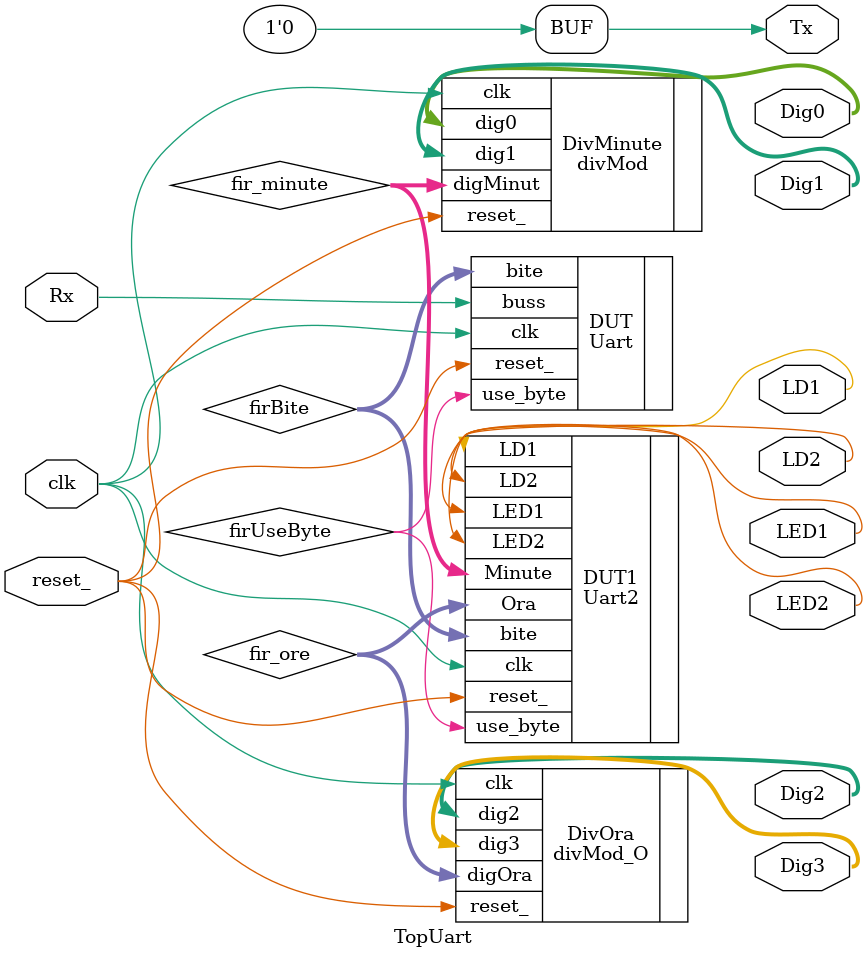
<source format=v>
module TopUart(clk,Rx,reset_,LD1,LD2,LED1,LED2,Dig0,Dig1,Dig2,Dig3,Tx );

// --- Inputs and Outputs
input clk;
input Rx;
input reset_;


output LD1;
output LD2;
output LED1;
output LED2;
output [3:0] Dig0;
output [3:0] Dig1;
output [3:0] Dig2;
output [3:0] Dig3;
output Tx;


// ------ Variabile interne

wire [7:0] firBite;
wire firUseByte;
wire [5:0] fir_minute;
wire [4:0] fir_ore;

// instantiere Uart

Uart
	DUT
	(
	.clk(clk),
	.buss(Rx),
	.reset_(reset_),
	.bite(firBite), /// se leaga cu bite-ul din Uart2? 
	.use_byte(firUseByte) // se leaga cu use_byte din uart2? )
	);
	
// instantiere Uart2

Uart2
	DUT1
	(
	.clk(clk),
	.bite(firBite), // aici pun firu de legatura? il declar ca wire?
	.use_byte (firUseByte), // fir de legatura ?
	.reset_(reset_),
	.Minute(fir_minute),
	.Ora(fir_ore),
	.LD1(LD1),
	.LD2(LD2),
	.LED1(LED1),
	.LED2(LED2)
	
	);
	
assign Tx = 1'b0;

divMod 

DivMinute

( 
  .clk(clk),
  .reset_(reset_),
  .digMinut(fir_minute),
  .dig0(Dig0),
  .dig1(Dig1)
);

divMod_O

DivOra

( 
  .clk(clk),
  .reset_(reset_),
  .digOra(fir_ore),
  .dig2(Dig2),
  .dig3(Dig3)
);


endmodule
</source>
